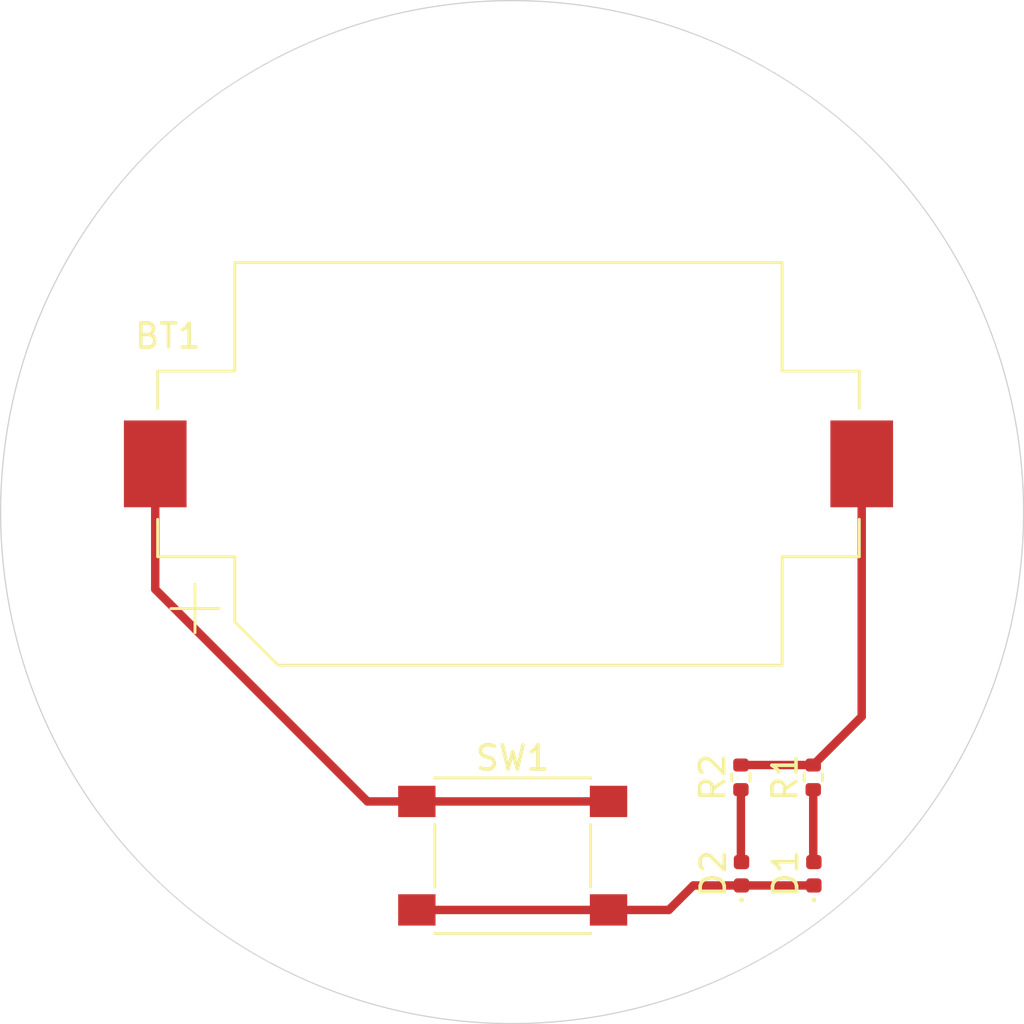
<source format=kicad_pcb>
(kicad_pcb (version 20240108) (generator "pcbnew") (generator_version "8.0")
  (layers (0 "F.Cu" signal) (31 "B.Cu" signal) (34 "B.Paste" user) (35 "F.Paste" user) (36 "B.SilkS" user "B.Silkscreen") (37 "F.SilkS" user "F.Silkscreen") (38 "B.Mask" user) (39 "F.Mask" user) (44 "Edge.Cuts" user))
  (net 0 "")
  (net 1 "Net-(BT1-+)")
  (net 2 "Net-(BT1--)")
  (net 3 "Net-(D1-K)")
  (net 4 "Net-(D1-A)")
  (net 5 "Net-(D2-A)")
  (footprint "Resistor_SMD:R_0402_1005Metric" (layer "F.Cu") (at 150.49 92 90)
    (property "Reference" "R1" (at 0 -1.17 -90) (layer "F.SilkS"))
    (property "Value" "R_Small_US")
    (fp_line (start -0.153641 -0.38) (end 0.153641 -0.38) (stroke (width 0.12)) (layer "F.SilkS"))
    (fp_line (start -0.153641 0.38) (end 0.153641 0.38) (stroke (width 0.12)) (layer "F.SilkS"))
    (pad "1" smd roundrect (at -0.51 0 90) (size 0.54 0.64) (layers "F.Cu" "F.Paste" "F.Mask") (net 4 "Net-(D1-A)"))
    (pad "2" smd roundrect (at 0.51 0 90) (size 0.54 0.64) (layers "F.Cu" "F.Paste" "F.Mask") (net 2 "Net-(BT1--)"))
  )
  (footprint "LED_SMD:LED_0402_1005Metric" (layer "F.Cu") (at 147.515 96 90)
    (property "Reference" "D2" (at 0 -1.17 -90) (layer "F.SilkS"))
    (property "Value" "LED")
    (fp_circle (center -1.09 0) (end -1.04 0) (stroke (width 0.1)) (fill none) (layer "F.SilkS"))
    (pad "1" smd roundrect (at -0.485 0 90) (size 0.59 0.64) (layers "F.Cu" "F.Paste" "F.Mask") (net 3 "Net-(D1-K)"))
    (pad "2" smd roundrect (at 0.485 0 90) (size 0.59 0.64) (layers "F.Cu" "F.Paste" "F.Mask") (net 5 "Net-(D2-A)"))
  )
  (footprint "LED_SMD:LED_0402_1005Metric" (layer "F.Cu") (at 150.515 96 90)
    (property "Reference" "D1" (at 0 -1.17 -90) (layer "F.SilkS"))
    (property "Value" "LED")
    (fp_circle (center -1.09 0) (end -1.04 0) (stroke (width 0.1)) (fill none) (layer "F.SilkS"))
    (pad "1" smd roundrect (at -0.485 0 90) (size 0.59 0.64) (layers "F.Cu" "F.Paste" "F.Mask") (net 3 "Net-(D1-K)"))
    (pad "2" smd roundrect (at 0.485 0 90) (size 0.59 0.64) (layers "F.Cu" "F.Paste" "F.Mask") (net 4 "Net-(D1-A)"))
  )
  (footprint "Resistor_SMD:R_0402_1005Metric" (layer "F.Cu") (at 147.49 92 90)
    (property "Reference" "R2" (at 0 -1.17 -90) (layer "F.SilkS"))
    (property "Value" "R_Small_US")
    (fp_line (start -0.153641 -0.38) (end 0.153641 -0.38) (stroke (width 0.12)) (layer "F.SilkS"))
    (fp_line (start -0.153641 0.38) (end 0.153641 0.38) (stroke (width 0.12)) (layer "F.SilkS"))
    (pad "1" smd roundrect (at -0.51 0 90) (size 0.54 0.64) (layers "F.Cu" "F.Paste" "F.Mask") (net 5 "Net-(D2-A)"))
    (pad "2" smd roundrect (at 0.51 0 90) (size 0.54 0.64) (layers "F.Cu" "F.Paste" "F.Mask") (net 2 "Net-(BT1--)"))
  )
  (footprint "Button_Switch_SMD:SW_Push_1P1T_NO_6x6mm_H9.5mm" (layer "F.Cu") (at 138.025 95.25)
    (property "Reference" "SW1" (at 0 -4.05 0) (layer "F.SilkS"))
    (property "Value" "SW_Push_Dual_x2")
    (fp_line (start -3.23 -3.23) (end 3.23 -3.23) (stroke (width 0.12)) (layer "F.SilkS"))
    (fp_line (start -3.23 -3.2) (end -3.23 -3.23) (stroke (width 0.12)) (layer "F.SilkS"))
    (fp_line (start -3.23 -1.3) (end -3.23 1.3) (stroke (width 0.12)) (layer "F.SilkS"))
    (fp_line (start -3.23 3.23) (end -3.23 3.2) (stroke (width 0.12)) (layer "F.SilkS"))
    (fp_line (start -3.23 3.23) (end 3.23 3.23) (stroke (width 0.12)) (layer "F.SilkS"))
    (fp_line (start 3.23 -3.23) (end 3.23 -3.2) (stroke (width 0.12)) (layer "F.SilkS"))
    (fp_line (start 3.23 -1.3) (end 3.23 1.3) (stroke (width 0.12)) (layer "F.SilkS"))
    (fp_line (start 3.23 3.23) (end 3.23 3.2) (stroke (width 0.12)) (layer "F.SilkS"))
    (pad "1" smd rect (at -3.975 -2.25) (size 1.55 1.3) (layers "F.Cu" "F.Paste" "F.Mask") (net 1 "Net-(BT1-+)"))
    (pad "1" smd rect (at 3.975 -2.25) (size 1.55 1.3) (layers "F.Cu" "F.Paste" "F.Mask") (net 1 "Net-(BT1-+)"))
    (pad "2" smd rect (at -3.975 2.25) (size 1.55 1.3) (layers "F.Cu" "F.Paste" "F.Mask") (net 3 "Net-(D1-K)"))
    (pad "2" smd rect (at 3.975 2.25) (size 1.55 1.3) (layers "F.Cu" "F.Paste" "F.Mask") (net 3 "Net-(D1-K)"))
  )
  (footprint "Battery:BatteryHolder_Keystone_1060_1x2032" (layer "F.Cu") (at 137.85 79)
    (property "Reference" "BT1" (at -14.125 -5.3 0) (layer "F.SilkS"))
    (property "Value" "Battery_Cell")
    (fp_line (start -14.55 -3.85) (end -14.55 -2.3) (stroke (width 0.12)) (layer "F.SilkS"))
    (fp_line (start -14.55 3.85) (end -14.55 2.3) (stroke (width 0.12)) (layer "F.SilkS"))
    (fp_line (start -13 5) (end -13 7) (stroke (width 0.12)) (layer "F.SilkS"))
    (fp_line (start -12 6) (end -14 6) (stroke (width 0.12)) (layer "F.SilkS"))
    (fp_line (start -11.35 -8.35) (end -11.35 -3.85) (stroke (width 0.12)) (layer "F.SilkS"))
    (fp_line (start -11.35 -8.35) (end 11.35 -8.35) (stroke (width 0.12)) (layer "F.SilkS"))
    (fp_line (start -11.35 -3.85) (end -14.55 -3.85) (stroke (width 0.12)) (layer "F.SilkS"))
    (fp_line (start -11.35 3.85) (end -14.55 3.85) (stroke (width 0.12)) (layer "F.SilkS"))
    (fp_line (start -11.35 6.55) (end -11.35 3.85) (stroke (width 0.12)) (layer "F.SilkS"))
    (fp_line (start -9.55 8.35) (end -11.35 6.55) (stroke (width 0.12)) (layer "F.SilkS"))
    (fp_line (start 11.35 -8.35) (end 11.35 -3.85) (stroke (width 0.12)) (layer "F.SilkS"))
    (fp_line (start 11.35 -3.85) (end 14.55 -3.85) (stroke (width 0.12)) (layer "F.SilkS"))
    (fp_line (start 11.35 3.85) (end 14.55 3.85) (stroke (width 0.12)) (layer "F.SilkS"))
    (fp_line (start 11.35 8.35) (end -9.55 8.35) (stroke (width 0.12)) (layer "F.SilkS"))
    (fp_line (start 11.35 8.35) (end 11.35 3.85) (stroke (width 0.12)) (layer "F.SilkS"))
    (fp_line (start 14.55 -3.85) (end 14.55 -2.3) (stroke (width 0.12)) (layer "F.SilkS"))
    (fp_line (start 14.55 3.85) (end 14.55 2.3) (stroke (width 0.12)) (layer "F.SilkS"))
    (pad "1" smd rect (at -14.65 0 180) (size 2.6 3.6) (layers "F.Cu" "F.Paste" "F.Mask") (net 1 "Net-(BT1-+)"))
    (pad "2" smd rect (at 14.65 0 180) (size 2.6 3.6) (layers "F.Cu" "F.Paste" "F.Mask") (net 2 "Net-(BT1--)"))
  )
  (gr_circle (center 138 81) (end 159 84) (stroke (width 0.05)) (fill none) (layer "Edge.Cuts"))
  (segment (start 142 93) (end 134.05 93) (width 0.35) (layer "F.Cu") (net 1))
  (segment (start 132 93) (end 134.05 93) (width 0.35) (layer "F.Cu") (net 1))
  (segment (start 123.2 79) (end 123.2 84.2) (width 0.35) (layer "F.Cu") (net 1))
  (segment (start 123.2 84.2) (end 132 93) (width 0.35) (layer "F.Cu") (net 1))
  (segment (start 152.5 79) (end 152.5 89.48) (width 0.35) (layer "F.Cu") (net 2))
  (segment (start 152.5 89.48) (end 150.49 91.49) (width 0.35) (layer "F.Cu") (net 2))
  (segment (start 150.49 91.49) (end 147.49 91.49) (width 0.35) (layer "F.Cu") (net 2))
  (segment (start 150.515 96.485) (end 147.515 96.485) (width 0.35) (layer "F.Cu") (net 3))
  (segment (start 144.5 97.5) (end 142 97.5) (width 0.35) (layer "F.Cu") (net 3))
  (segment (start 147.515 96.485) (end 145.515 96.485) (width 0.35) (layer "F.Cu") (net 3))
  (segment (start 145.515 96.485) (end 144.5 97.5) (width 0.35) (layer "F.Cu") (net 3))
  (segment (start 142 97.5) (end 134.05 97.5) (width 0.35) (layer "F.Cu") (net 3))
  (segment (start 150.49 95.49) (end 150.515 95.515) (width 0.35) (layer "F.Cu") (net 4))
  (segment (start 150.49 92.51) (end 150.49 95.49) (width 0.35) (layer "F.Cu") (net 4))
  (segment (start 147.49 92.51) (end 147.49 95.49) (width 0.35) (layer "F.Cu") (net 5))
  (segment (start 147.49 95.49) (end 147.515 95.515) (width 0.35) (layer "F.Cu") (net 5))
)
</source>
